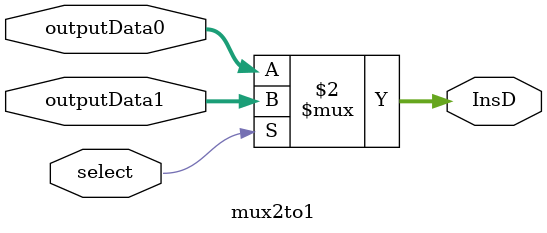
<source format=sv>
module mux2to1 (
    input logic [31:0] outputData0,
    input logic [31:0] outputData1,
    input logic select,
    output logic [31:0] InsD
);

    assign InsD = (select == 0) ? outputData0 : outputData1 ;

endmodule

</source>
